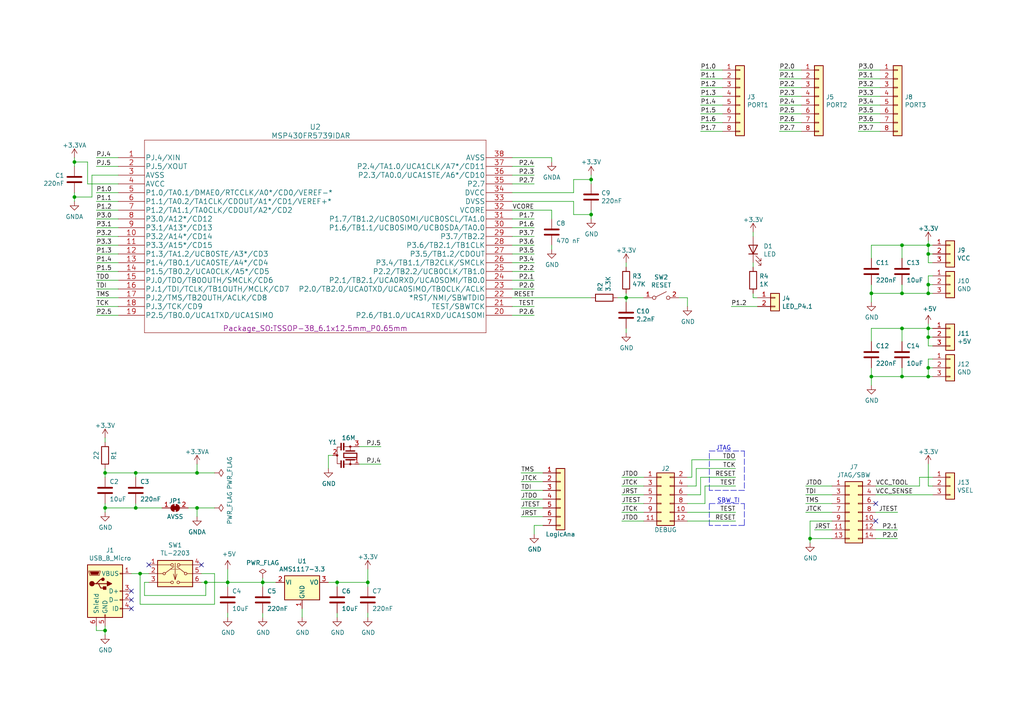
<source format=kicad_sch>
(kicad_sch (version 20211123) (generator eeschema)
  (paper "A4")
  (title_block (title "MSP430 FR2476 Proto board") (date "2022-09-11") (rev "1.2") (company "Mathias Gruber"))
  (lib_symbols
    (symbol "Connector:USB_B_Micro" (pin_names (offset 1.016))
      (property "Reference" "J" (at -5.08 11.43 0))
      (property "Value" "USB_B_Micro" (at -5.08 8.89 0))
      (symbol "USB_B_Micro_1_1"
        (pin power_out line (at 7.62 5.08 180) (length 2.54) (name "VBUS") (number "1"))
        (pin bidirectional line (at 7.62 -2.54 180) (length 2.54) (name "D-") (number "2"))
        (pin bidirectional line (at 7.62 0 180) (length 2.54) (name "D+") (number "3"))
        (pin passive line (at 7.62 -5.08 180) (length 2.54) (name "ID") (number "4"))
        (pin power_out line (at 0 -10.16 90) (length 2.54) (name "GND") (number "5"))
        (pin passive line (at -2.54 -10.16 90) (length 2.54) (name "Shield") (number "6"))
      )
    )
    (symbol "Connector_Generic:Conn_01x02" (pin_names (offset 1.016) hide)
      (property "Reference" "J" (at 0 2.54 0))
      (property "Value" "Conn_01x02" (at 0 -5.08 0))
      (symbol "Conn_01x02_1_1"
        (pin passive line (at -5.08 0 0) (length 3.81) (name "Pin_1") (number "1"))
        (pin passive line (at -5.08 -2.54 0) (length 3.81) (name "Pin_2") (number "2"))
      )
    )
    (symbol "Connector_Generic:Conn_01x03" (pin_names (offset 1.016) hide)
      (property "Reference" "J" (at 0 5.08 0))
      (property "Value" "Conn_01x03" (at 0 -5.08 0))
      (symbol "Conn_01x03_1_1"
        (pin passive line (at -5.08 2.54 0) (length 3.81) (name "Pin_1") (number "1"))
        (pin passive line (at -5.08 0 0) (length 3.81) (name "Pin_2") (number "2"))
        (pin passive line (at -5.08 -2.54 0) (length 3.81) (name "Pin_3") (number "3"))
      )
    )
    (symbol "Connector_Generic:Conn_01x07" (pin_names (offset 1.016) hide)
      (property "Reference" "J" (at 0 10.16 0))
      (property "Value" "Conn_01x07" (at 0 -10.16 0))
      (symbol "Conn_01x07_1_1"
        (pin passive line (at -5.08 7.62 0) (length 3.81) (name "Pin_1") (number "1"))
        (pin passive line (at -5.08 5.08 0) (length 3.81) (name "Pin_2") (number "2"))
        (pin passive line (at -5.08 2.54 0) (length 3.81) (name "Pin_3") (number "3"))
        (pin passive line (at -5.08 0 0) (length 3.81) (name "Pin_4") (number "4"))
        (pin passive line (at -5.08 -2.54 0) (length 3.81) (name "Pin_5") (number "5"))
        (pin passive line (at -5.08 -5.08 0) (length 3.81) (name "Pin_6") (number "6"))
        (pin passive line (at -5.08 -7.62 0) (length 3.81) (name "Pin_7") (number "7"))
      )
    )
    (symbol "Connector_Generic:Conn_01x08" (pin_names (offset 1.016) hide)
      (property "Reference" "J" (at 0 10.16 0))
      (property "Value" "Conn_01x08" (at 0 -12.7 0))
      (symbol "Conn_01x08_1_1"
        (pin passive line (at -5.08 7.62 0) (length 3.81) (name "Pin_1") (number "1"))
        (pin passive line (at -5.08 5.08 0) (length 3.81) (name "Pin_2") (number "2"))
        (pin passive line (at -5.08 2.54 0) (length 3.81) (name "Pin_3") (number "3"))
        (pin passive line (at -5.08 0 0) (length 3.81) (name "Pin_4") (number "4"))
        (pin passive line (at -5.08 -2.54 0) (length 3.81) (name "Pin_5") (number "5"))
        (pin passive line (at -5.08 -5.08 0) (length 3.81) (name "Pin_6") (number "6"))
        (pin passive line (at -5.08 -7.62 0) (length 3.81) (name "Pin_7") (number "7"))
        (pin passive line (at -5.08 -10.16 0) (length 3.81) (name "Pin_8") (number "8"))
      )
    )
    (symbol "Connector_Generic:Conn_02x06_Odd_Even" (pin_names (offset 1.016) hide)
      (property "Reference" "J" (at 1.27 7.62 0))
      (property "Value" "Conn_02x06_Odd_Even" (at 1.27 -10.16 0))
      (symbol "Conn_02x06_Odd_Even_1_1"
        (pin passive line (at -5.08 5.08 0) (length 3.81) (name "Pin_1") (number "1"))
        (pin passive line (at 7.62 -5.08 180) (length 3.81) (name "Pin_10") (number "10"))
        (pin passive line (at -5.08 -7.62 0) (length 3.81) (name "Pin_11") (number "11"))
        (pin passive line (at 7.62 -7.62 180) (length 3.81) (name "Pin_12") (number "12"))
        (pin passive line (at 7.62 5.08 180) (length 3.81) (name "Pin_2") (number "2"))
        (pin passive line (at -5.08 2.54 0) (length 3.81) (name "Pin_3") (number "3"))
        (pin passive line (at 7.62 2.54 180) (length 3.81) (name "Pin_4") (number "4"))
        (pin passive line (at -5.08 0 0) (length 3.81) (name "Pin_5") (number "5"))
        (pin passive line (at 7.62 0 180) (length 3.81) (name "Pin_6") (number "6"))
        (pin passive line (at -5.08 -2.54 0) (length 3.81) (name "Pin_7") (number "7"))
        (pin passive line (at 7.62 -2.54 180) (length 3.81) (name "Pin_8") (number "8"))
        (pin passive line (at -5.08 -5.08 0) (length 3.81) (name "Pin_9") (number "9"))
      )
    )
    (symbol "Connector_Generic:Conn_02x07_Odd_Even" (pin_names (offset 1.016) hide)
      (property "Reference" "J" (at 1.27 10.16 0))
      (property "Value" "Conn_02x07_Odd_Even" (at 1.27 -10.16 0))
      (symbol "Conn_02x07_Odd_Even_1_1"
        (pin passive line (at -5.08 7.62 0) (length 3.81) (name "Pin_1") (number "1"))
        (pin passive line (at 7.62 -2.54 180) (length 3.81) (name "Pin_10") (number "10"))
        (pin passive line (at -5.08 -5.08 0) (length 3.81) (name "Pin_11") (number "11"))
        (pin passive line (at 7.62 -5.08 180) (length 3.81) (name "Pin_12") (number "12"))
        (pin passive line (at -5.08 -7.62 0) (length 3.81) (name "Pin_13") (number "13"))
        (pin passive line (at 7.62 -7.62 180) (length 3.81) (name "Pin_14") (number "14"))
        (pin passive line (at 7.62 7.62 180) (length 3.81) (name "Pin_2") (number "2"))
        (pin passive line (at -5.08 5.08 0) (length 3.81) (name "Pin_3") (number "3"))
        (pin passive line (at 7.62 5.08 180) (length 3.81) (name "Pin_4") (number "4"))
        (pin passive line (at -5.08 2.54 0) (length 3.81) (name "Pin_5") (number "5"))
        (pin passive line (at 7.62 2.54 180) (length 3.81) (name "Pin_6") (number "6"))
        (pin passive line (at -5.08 0 0) (length 3.81) (name "Pin_7") (number "7"))
        (pin passive line (at 7.62 0 180) (length 3.81) (name "Pin_8") (number "8"))
        (pin passive line (at -5.08 -2.54 0) (length 3.81) (name "Pin_9") (number "9"))
      )
    )
    (symbol "Device:C" (pin_numbers hide) (pin_names (offset 0.254))
      (property "Reference" "C" (at 0.635 2.54 0))
      (property "Value" "C" (at 0.635 -2.54 0))
      (symbol "C_1_1"
        (pin passive line (at 0 3.81 270) (length 2.794) (name "~") (number "1"))
        (pin passive line (at 0 -3.81 90) (length 2.794) (name "~") (number "2"))
      )
    )
    (symbol "Device:LED" (pin_numbers hide) (pin_names (offset 1.016) hide)
      (property "Reference" "D" (at 0 2.54 0))
      (property "Value" "LED" (at 0 -2.54 0))
      (symbol "LED_1_1"
        (pin passive line (at -3.81 0 0) (length 2.54) (name "K") (number "1"))
        (pin passive line (at 3.81 0 180) (length 2.54) (name "A") (number "2"))
      )
    )
    (symbol "Device:R" (pin_numbers hide) (pin_names (offset 0))
      (property "Reference" "R" (at 2.032 0 90))
      (property "Value" "R" (at 0 0 90))
      (symbol "R_1_1"
        (pin passive line (at 0 3.81 270) (length 1.27) (name "~") (number "1"))
        (pin passive line (at 0 -3.81 90) (length 1.27) (name "~") (number "2"))
      )
    )
    (symbol "Device:Resonator_Small" (pin_names (offset 1.016) hide)
      (property "Reference" "Y" (at 3.175 1.905 0))
      (property "Value" "Resonator_Small" (at 3.175 0 0))
      (symbol "Resonator_Small_1_1"
        (pin passive line (at -2.54 2.54 270) (length 1.27) (name "1") (number "1"))
        (pin passive line (at 0 -5.08 90) (length 1.27) (name "2") (number "2"))
        (pin passive line (at 2.54 2.54 270) (length 1.27) (name "3") (number "3"))
      )
    )
    (symbol "Jumper:SolderJumper_2_Bridged" (pin_names (offset 0) hide)
      (property "Reference" "JP" (at 0 2.032 0))
      (property "Value" "SolderJumper_2_Bridged" (at 0 -2.54 0))
      (symbol "SolderJumper_2_Bridged_1_1"
        (pin passive line (at -3.81 0 0) (length 2.54) (name "A") (number "1"))
        (pin passive line (at 3.81 0 180) (length 2.54) (name "B") (number "2"))
      )
    )
    (symbol "MSP430FR5739IDAR:MSP430FR5739IDAR" (pin_names (offset 0.254))
      (property "Reference" "U" (at 1.27 35.56 0))
      (property "Value" "MSP430FR5739IDAR" (at 1.27 33.02 0))
      (symbol "MSP430FR5739IDAR_1_1"
        (pin bidirectional line (at -57.15 25.4 0) (length 7.62) (name "PJ.4/XIN") (number "1"))
        (pin bidirectional line (at -57.15 2.54 0) (length 7.62) (name "P3.2/A14*/CD14") (number "10"))
        (pin bidirectional line (at -57.15 0 0) (length 7.62) (name "P3.3/A15*/CD15") (number "11"))
        (pin bidirectional line (at -57.15 -2.54 0) (length 7.62) (name "P1.3/TA1.2/UCB0STE/A3*/CD3") (number "12"))
        (pin bidirectional line (at -57.15 -5.08 0) (length 7.62) (name "P1.4/TB0.1/UCA0STE/A4*/CD4") (number "13"))
        (pin bidirectional line (at -57.15 -7.62 0) (length 7.62) (name "P1.5/TB0.2/UCA0CLK/A5*/CD5") (number "14"))
        (pin bidirectional line (at -57.15 -10.16 0) (length 7.62) (name "PJ.0/TDO/TB0OUTH/SMCLK/CD6") (number "15"))
        (pin bidirectional line (at -57.15 -12.7 0) (length 7.62) (name "PJ.1/TDI/TCLK/TB1OUTH/MCLK/CD7") (number "16"))
        (pin bidirectional line (at -57.15 -15.24 0) (length 7.62) (name "PJ.2/TMS/TB2OUTH/ACLK/CD8") (number "17"))
        (pin bidirectional line (at -57.15 -17.78 0) (length 7.62) (name "PJ.3/TCK/CD9") (number "18"))
        (pin bidirectional line (at -57.15 -20.32 0) (length 7.62) (name "P2.5/TB0.0/UCA1TXD/UCA1SIMO") (number "19"))
        (pin bidirectional line (at -57.15 22.86 0) (length 7.62) (name "PJ.5/XOUT") (number "2"))
        (pin bidirectional line (at 57.15 -20.32 180) (length 7.62) (name "P2.6/TB1.0/UCA1RXD/UCA1SOMI") (number "20"))
        (pin bidirectional line (at 57.15 -17.78 180) (length 7.62) (name "TEST/SBWTCK") (number "21"))
        (pin bidirectional line (at 57.15 -15.24 180) (length 7.62) (name "*RST/NMI/SBWTDIO") (number "22"))
        (pin bidirectional line (at 57.15 -12.7 180) (length 7.62) (name "P2.0/TB2.0/UCA0TXD/UCA0SIMO/TB0CLK/ACLK") (number "23"))
        (pin bidirectional line (at 57.15 -10.16 180) (length 7.62) (name "P2.1/TB2.1/UCA0RXD/UCA0SOMI/TB0.0") (number "24"))
        (pin bidirectional line (at 57.15 -7.62 180) (length 7.62) (name "P2.2/TB2.2/UCB0CLK/TB1.0") (number "25"))
        (pin bidirectional line (at 57.15 -5.08 180) (length 7.62) (name "P3.4/TB1.1/TB2CLK/SMCLK") (number "26"))
        (pin bidirectional line (at 57.15 -2.54 180) (length 7.62) (name "P3.5/TB1.2/CDOUT") (number "27"))
        (pin bidirectional line (at 57.15 0 180) (length 7.62) (name "P3.6/TB2.1/TB1CLK") (number "28"))
        (pin bidirectional line (at 57.15 2.54 180) (length 7.62) (name "P3.7/TB2.2") (number "29"))
        (pin power_in line (at -57.15 20.32 0) (length 7.62) (name "AVSS") (number "3"))
        (pin bidirectional line (at 57.15 5.08 180) (length 7.62) (name "P1.6/TB1.1/UCB0SIMO/UCB0SDA/TA0.0") (number "30"))
        (pin bidirectional line (at 57.15 7.62 180) (length 7.62) (name "P1.7/TB1.2/UCB0SOMI/UCB0SCL/TA1.0") (number "31"))
        (pin power_out line (at 57.15 10.16 180) (length 7.62) (name "VCORE") (number "32"))
        (pin power_in line (at 57.15 12.7 180) (length 7.62) (name "DVSS") (number "33"))
        (pin power_in line (at 57.15 15.24 180) (length 7.62) (name "DVCC") (number "34"))
        (pin bidirectional line (at 57.15 17.78 180) (length 7.62) (name "P2.7") (number "35"))
        (pin bidirectional line (at 57.15 20.32 180) (length 7.62) (name "P2.3/TA0.0/UCA1STE/A6*/CD10") (number "36"))
        (pin bidirectional line (at 57.15 22.86 180) (length 7.62) (name "P2.4/TA1.0/UCA1CLK/A7*/CD11") (number "37"))
        (pin power_in line (at 57.15 25.4 180) (length 7.62) (name "AVSS") (number "38"))
        (pin power_in line (at -57.15 17.78 0) (length 7.62) (name "AVCC") (number "4"))
        (pin bidirectional line (at -57.15 15.24 0) (length 7.62) (name "P1.0/TA0.1/DMAE0/RTCCLK/A0*/CD0/VEREF-*") (number "5"))
        (pin bidirectional line (at -57.15 12.7 0) (length 7.62) (name "P1.1/TA0.2/TA1CLK/CDOUT/A1*/CD1/VEREF+*") (number "6"))
        (pin bidirectional line (at -57.15 10.16 0) (length 7.62) (name "P1.2/TA1.1/TA0CLK/CDOUT/A2*/CD2") (number "7"))
        (pin bidirectional line (at -57.15 7.62 0) (length 7.62) (name "P3.0/A12*/CD12") (number "8"))
        (pin bidirectional line (at -57.15 5.08 0) (length 7.62) (name "P3.1/A13*/CD13") (number "9"))
      )
    )
    (symbol "Regulator_Linear:MCP1703A-3302_SOT89" (pin_names (offset 0.254))
      (property "Reference" "U" (at -3.81 3.175 0))
      (property "Value" "MCP1703A-3302_SOT89" (at 0 3.175 0))
      (symbol "MCP1703A-3302_SOT89_1_1"
        (pin power_in line (at 0 -7.62 90) (length 2.54) (name "GND") (number "1"))
        (pin power_in line (at -7.62 0 0) (length 2.54) (name "VI") (number "2"))
        (pin power_out line (at 7.62 0 180) (length 2.54) (name "VO") (number "3"))
      )
    )
    (symbol "Switch:SW_SPST" (pin_names (offset 0) hide)
      (property "Reference" "SW" (at 0 3.175 0))
      (property "Value" "SW_SPST" (at 0 -2.54 0))
      (symbol "SW_SPST_1_1"
        (pin passive line (at -5.08 0 0) (length 2.54) (name "A") (number "1"))
        (pin passive line (at 5.08 0 180) (length 2.54) (name "B") (number "2"))
      )
    )
    (symbol "TL-2203:TL-2203" (pin_names (offset 1.016))
      (property "Reference" "SW" (at -2.667 4.953 0))
      (property "Value" "TL-2203" (at -3.81 -5.08 0))
      (symbol "TL-2203_1_1"
        (pin passive line (at -7.62 2.54 0) (length 2.54) (name "~") (number "1"))
        (pin passive line (at -7.62 0 0) (length 2.54) (name "~") (number "2"))
        (pin passive line (at -7.62 -2.54 0) (length 2.54) (name "~") (number "3"))
        (pin passive line (at 7.62 2.54 180) (length 2.54) (name "~") (number "4"))
        (pin passive line (at 7.62 0 180) (length 2.54) (name "~") (number "5"))
        (pin passive line (at 7.62 -2.54 180) (length 2.54) (name "~") (number "6"))
      )
    )
    (symbol "power:+3.3V" (power) (pin_names (offset 0))
      (property "Value" "+3.3V" (at 0 3.556 0))
      (symbol "+3.3V_1_1"
        (pin power_in line (at 0 0 90) (length 0) hide (name "+3.3V") (number "1"))
      )
    )
    (symbol "power:+3.3VA" (power) (pin_names (offset 0))
      (property "Value" "+3.3VA" (at 0 3.556 0))
      (symbol "+3.3VA_1_1"
        (pin power_in line (at 0 0 90) (length 0) hide (name "+3.3VA") (number "1"))
      )
    )
    (symbol "power:+5V" (power) (pin_names (offset 0))
      (property "Value" "+5V" (at 0 3.556 0))
      (symbol "+5V_1_1"
        (pin power_in line (at 0 0 90) (length 0) hide (name "+5V") (number "1"))
      )
    )
    (symbol "power:GND" (power) (pin_names (offset 0))
      (property "Value" "GND" (at 0 -3.81 0))
      (symbol "GND_1_1"
        (pin power_in line (at 0 0 270) (length 0) hide (name "GND") (number "1"))
      )
    )
    (symbol "power:GNDA" (power) (pin_names (offset 0))
      (property "Value" "GNDA" (at 0 -3.81 0))
      (symbol "GNDA_1_1"
        (pin power_in line (at 0 0 270) (length 0) hide (name "GNDA") (number "1"))
      )
    )
    (symbol "power:PWR_FLAG" (power) (pin_numbers hide) (pin_names (offset 0) hide)
      (property "Value" "PWR_FLAG" (at 0 3.81 0))
      (symbol "PWR_FLAG_0_0"
        (pin power_out line (at 0 0 90) (length 0) (name "pwr") (number "1"))
      )
    )
  )
  (junction (at 261.62 109.22))
  (junction (at 21.59 46.99))
  (junction (at 171.45 62.23))
  (junction (at 40.64 166.37))
  (junction (at 261.62 85.09))
  (junction (at 59.69 168.91))
  (junction (at 57.15 147.32))
  (junction (at 252.73 109.22))
  (junction (at 21.59 57.15))
  (junction (at 252.73 85.09))
  (junction (at 269.24 109.22))
  (junction (at 106.68 168.91))
  (junction (at 30.48 147.32))
  (junction (at 269.24 95.25))
  (junction (at 269.24 106.68))
  (junction (at 66.04 168.91))
  (junction (at 261.62 95.25))
  (junction (at 57.15 137.16))
  (junction (at 234.95 156.21))
  (junction (at 269.24 82.55))
  (junction (at 181.61 86.36))
  (junction (at 269.24 85.09))
  (junction (at 171.45 52.07))
  (junction (at 97.79 168.91))
  (junction (at 269.24 73.66))
  (junction (at 30.48 182.88))
  (junction (at 269.24 97.79))
  (junction (at 261.62 71.12))
  (junction (at 39.37 137.16))
  (junction (at 39.37 147.32))
  (junction (at 269.24 71.12))
  (junction (at 30.48 137.16))
  (junction (at 76.2 168.91))
  (no_connect (at 254 146.05))
  (no_connect (at 38.1 176.53))
  (no_connect (at 254 151.13))
  (no_connect (at 43.18 163.83))
  (no_connect (at 38.1 173.99))
  (no_connect (at 38.1 171.45))
  (no_connect (at 58.42 163.83))
  (wire (pts (xy 151.13 139.7) (xy 157.48 139.7)))
  (wire (pts (xy 57.15 137.16) (xy 62.23 137.16)))
  (wire (pts (xy 41.91 168.91) (xy 41.91 172.72)))
  (wire (pts (xy 39.37 138.43) (xy 39.37 137.16)))
  (wire (pts (xy 30.48 148.59) (xy 30.48 147.32)))
  (wire (pts (xy 270.51 85.09) (xy 269.24 85.09)))
  (wire (pts (xy 25.4 46.99) (xy 21.59 46.99)))
  (wire (pts (xy 34.29 58.42) (xy 27.94 58.42)))
  (wire (pts (xy 199.39 148.59) (xy 213.36 148.59)))
  (wire (pts (xy 269.24 95.25) (xy 269.24 97.79)))
  (wire (pts (xy 218.44 77.47) (xy 218.44 76.2)))
  (wire (pts (xy 218.44 85.09) (xy 218.44 86.36)))
  (wire (pts (xy 232.41 20.32) (xy 226.06 20.32)))
  (wire (pts (xy 269.24 95.25) (xy 261.62 95.25)))
  (wire (pts (xy 59.69 168.91) (xy 66.04 168.91)))
  (wire (pts (xy 270.51 95.25) (xy 269.24 95.25)))
  (wire (pts (xy 148.59 88.9) (xy 154.94 88.9)))
  (wire (pts (xy 148.59 55.88) (xy 166.37 55.88)))
  (polyline (pts (xy 205.74 130.81) (xy 215.9 130.81)))
  (wire (pts (xy 270.51 109.22) (xy 269.24 109.22)))
  (wire (pts (xy 39.37 147.32) (xy 30.48 147.32)))
  (wire (pts (xy 34.29 81.28) (xy 27.94 81.28)))
  (wire (pts (xy 236.22 153.67) (xy 241.3 153.67)))
  (wire (pts (xy 203.2 138.43) (xy 213.36 138.43)))
  (wire (pts (xy 151.13 137.16) (xy 157.48 137.16)))
  (wire (pts (xy 106.68 168.91) (xy 106.68 165.1)))
  (wire (pts (xy 59.69 168.91) (xy 58.42 168.91)))
  (wire (pts (xy 261.62 85.09) (xy 252.73 85.09)))
  (wire (pts (xy 66.04 170.18) (xy 66.04 168.91)))
  (wire (pts (xy 266.7 138.43) (xy 266.7 140.97)))
  (wire (pts (xy 270.51 73.66) (xy 269.24 73.66)))
  (wire (pts (xy 62.23 175.26) (xy 40.64 175.26)))
  (wire (pts (xy 269.24 106.68) (xy 269.24 109.22)))
  (wire (pts (xy 34.29 76.2) (xy 27.94 76.2)))
  (wire (pts (xy 201.93 135.89) (xy 213.36 135.89)))
  (polyline (pts (xy 215.9 146.05) (xy 215.9 152.4)))
  (wire (pts (xy 261.62 82.55) (xy 261.62 85.09)))
  (wire (pts (xy 180.34 138.43) (xy 186.69 138.43)))
  (wire (pts (xy 97.79 177.8) (xy 97.79 179.07)))
  (wire (pts (xy 255.27 33.02) (xy 248.92 33.02)))
  (wire (pts (xy 57.15 147.32) (xy 62.23 147.32)))
  (polyline (pts (xy 205.74 142.24) (xy 205.74 130.81)))
  (wire (pts (xy 57.15 137.16) (xy 57.15 134.62)))
  (wire (pts (xy 204.47 146.05) (xy 204.47 140.97)))
  (wire (pts (xy 21.59 55.88) (xy 21.59 57.15)))
  (wire (pts (xy 203.2 143.51) (xy 203.2 138.43)))
  (wire (pts (xy 171.45 52.07) (xy 171.45 53.34)))
  (wire (pts (xy 157.48 147.32) (xy 151.13 147.32)))
  (wire (pts (xy 209.55 27.94) (xy 203.2 27.94)))
  (wire (pts (xy 200.66 138.43) (xy 200.66 133.35)))
  (wire (pts (xy 34.29 88.9) (xy 27.94 88.9)))
  (wire (pts (xy 27.94 182.88) (xy 30.48 182.88)))
  (wire (pts (xy 160.02 45.72) (xy 160.02 46.99)))
  (wire (pts (xy 180.34 140.97) (xy 186.69 140.97)))
  (wire (pts (xy 96.52 132.08) (xy 95.25 132.08)))
  (wire (pts (xy 59.69 172.72) (xy 59.69 168.91)))
  (wire (pts (xy 106.68 177.8) (xy 106.68 179.07)))
  (wire (pts (xy 27.94 181.61) (xy 27.94 182.88)))
  (wire (pts (xy 209.55 33.02) (xy 203.2 33.02)))
  (wire (pts (xy 234.95 156.21) (xy 234.95 157.48)))
  (wire (pts (xy 97.79 168.91) (xy 95.25 168.91)))
  (wire (pts (xy 269.24 69.85) (xy 269.24 71.12)))
  (wire (pts (xy 269.24 73.66) (xy 269.24 76.2)))
  (wire (pts (xy 171.45 52.07) (xy 166.37 52.07)))
  (wire (pts (xy 40.64 166.37) (xy 43.18 166.37)))
  (polyline (pts (xy 205.74 152.4) (xy 205.74 146.05)))
  (wire (pts (xy 199.39 86.36) (xy 199.39 88.9)))
  (wire (pts (xy 209.55 38.1) (xy 203.2 38.1)))
  (wire (pts (xy 54.61 147.32) (xy 57.15 147.32)))
  (wire (pts (xy 241.3 151.13) (xy 234.95 151.13)))
  (wire (pts (xy 39.37 137.16) (xy 30.48 137.16)))
  (wire (pts (xy 261.62 99.06) (xy 261.62 95.25)))
  (wire (pts (xy 199.39 151.13) (xy 213.36 151.13)))
  (wire (pts (xy 58.42 166.37) (xy 62.23 166.37)))
  (wire (pts (xy 148.59 73.66) (xy 154.94 73.66)))
  (wire (pts (xy 199.39 138.43) (xy 200.66 138.43)))
  (wire (pts (xy 26.67 57.15) (xy 21.59 57.15)))
  (wire (pts (xy 261.62 95.25) (xy 252.73 95.25)))
  (wire (pts (xy 104.14 129.54) (xy 110.49 129.54)))
  (wire (pts (xy 34.29 86.36) (xy 27.94 86.36)))
  (wire (pts (xy 76.2 177.8) (xy 76.2 179.07)))
  (wire (pts (xy 171.45 62.23) (xy 171.45 63.5)))
  (wire (pts (xy 241.3 156.21) (xy 234.95 156.21)))
  (wire (pts (xy 254 140.97) (xy 266.7 140.97)))
  (wire (pts (xy 34.29 50.8) (xy 26.67 50.8)))
  (wire (pts (xy 241.3 143.51) (xy 233.68 143.51)))
  (wire (pts (xy 34.29 73.66) (xy 27.94 73.66)))
  (wire (pts (xy 255.27 25.4) (xy 248.92 25.4)))
  (wire (pts (xy 186.69 86.36) (xy 181.61 86.36)))
  (wire (pts (xy 157.48 152.4) (xy 154.94 152.4)))
  (wire (pts (xy 255.27 35.56) (xy 248.92 35.56)))
  (wire (pts (xy 160.02 60.96) (xy 160.02 63.5)))
  (wire (pts (xy 180.34 143.51) (xy 186.69 143.51)))
  (wire (pts (xy 95.25 132.08) (xy 95.25 135.89)))
  (wire (pts (xy 148.59 76.2) (xy 154.94 76.2)))
  (wire (pts (xy 62.23 166.37) (xy 62.23 175.26)))
  (wire (pts (xy 76.2 170.18) (xy 76.2 168.91)))
  (wire (pts (xy 34.29 91.44) (xy 27.94 91.44)))
  (wire (pts (xy 66.04 168.91) (xy 76.2 168.91)))
  (wire (pts (xy 269.24 109.22) (xy 261.62 109.22)))
  (wire (pts (xy 181.61 86.36) (xy 181.61 87.63)))
  (wire (pts (xy 209.55 30.48) (xy 203.2 30.48)))
  (wire (pts (xy 255.27 22.86) (xy 248.92 22.86)))
  (wire (pts (xy 76.2 168.91) (xy 80.01 168.91)))
  (polyline (pts (xy 205.74 146.05) (xy 215.9 146.05)))
  (wire (pts (xy 255.27 30.48) (xy 248.92 30.48)))
  (wire (pts (xy 254 143.51) (xy 270.51 143.51)))
  (wire (pts (xy 270.51 104.14) (xy 269.24 104.14)))
  (wire (pts (xy 199.39 140.97) (xy 201.93 140.97)))
  (wire (pts (xy 218.44 68.58) (xy 218.44 67.31)))
  (wire (pts (xy 21.59 45.72) (xy 21.59 46.99)))
  (wire (pts (xy 148.59 48.26) (xy 154.94 48.26)))
  (wire (pts (xy 148.59 60.96) (xy 160.02 60.96)))
  (wire (pts (xy 21.59 57.15) (xy 21.59 58.42)))
  (wire (pts (xy 233.68 140.97) (xy 241.3 140.97)))
  (wire (pts (xy 269.24 93.98) (xy 269.24 95.25)))
  (wire (pts (xy 234.95 151.13) (xy 234.95 156.21)))
  (wire (pts (xy 39.37 137.16) (xy 57.15 137.16)))
  (wire (pts (xy 209.55 35.56) (xy 203.2 35.56)))
  (wire (pts (xy 269.24 97.79) (xy 269.24 100.33)))
  (wire (pts (xy 254 148.59) (xy 260.35 148.59)))
  (wire (pts (xy 269.24 80.01) (xy 269.24 82.55)))
  (wire (pts (xy 34.29 48.26) (xy 27.94 48.26)))
  (wire (pts (xy 252.73 85.09) (xy 252.73 82.55)))
  (wire (pts (xy 270.51 71.12) (xy 269.24 71.12)))
  (wire (pts (xy 212.09 88.9) (xy 219.71 88.9)))
  (wire (pts (xy 199.39 143.51) (xy 203.2 143.51)))
  (wire (pts (xy 148.59 78.74) (xy 154.94 78.74)))
  (wire (pts (xy 148.59 50.8) (xy 154.94 50.8)))
  (wire (pts (xy 166.37 52.07) (xy 166.37 55.88)))
  (wire (pts (xy 181.61 96.52) (xy 181.61 95.25)))
  (wire (pts (xy 200.66 133.35) (xy 213.36 133.35)))
  (wire (pts (xy 148.59 86.36) (xy 171.45 86.36)))
  (wire (pts (xy 34.29 68.58) (xy 27.94 68.58)))
  (wire (pts (xy 34.29 66.04) (xy 27.94 66.04)))
  (wire (pts (xy 34.29 83.82) (xy 27.94 83.82)))
  (wire (pts (xy 270.51 82.55) (xy 269.24 82.55)))
  (wire (pts (xy 148.59 66.04) (xy 154.94 66.04)))
  (polyline (pts (xy 215.9 142.24) (xy 205.74 142.24)))
  (wire (pts (xy 87.63 176.53) (xy 87.63 179.07)))
  (wire (pts (xy 204.47 140.97) (xy 213.36 140.97)))
  (wire (pts (xy 154.94 152.4) (xy 154.94 154.94)))
  (wire (pts (xy 201.93 140.97) (xy 201.93 135.89)))
  (wire (pts (xy 232.41 25.4) (xy 226.06 25.4)))
  (polyline (pts (xy 215.9 130.81) (xy 215.9 142.24)))
  (wire (pts (xy 66.04 165.1) (xy 66.04 168.91)))
  (wire (pts (xy 232.41 30.48) (xy 226.06 30.48)))
  (wire (pts (xy 261.62 74.93) (xy 261.62 71.12)))
  (wire (pts (xy 180.34 146.05) (xy 186.69 146.05)))
  (wire (pts (xy 154.94 81.28) (xy 148.59 81.28)))
  (wire (pts (xy 97.79 168.91) (xy 106.68 168.91)))
  (wire (pts (xy 209.55 25.4) (xy 203.2 25.4)))
  (wire (pts (xy 166.37 62.23) (xy 166.37 58.42)))
  (wire (pts (xy 252.73 111.76) (xy 252.73 109.22)))
  (wire (pts (xy 254 153.67) (xy 260.35 153.67)))
  (wire (pts (xy 269.24 104.14) (xy 269.24 106.68)))
  (wire (pts (xy 30.48 181.61) (xy 30.48 182.88)))
  (wire (pts (xy 148.59 83.82) (xy 154.94 83.82)))
  (wire (pts (xy 104.14 134.62) (xy 110.49 134.62)))
  (wire (pts (xy 252.73 87.63) (xy 252.73 85.09)))
  (wire (pts (xy 269.24 140.97) (xy 269.24 134.62)))
  (wire (pts (xy 57.15 147.32) (xy 57.15 149.86)))
  (wire (pts (xy 270.51 97.79) (xy 269.24 97.79)))
  (wire (pts (xy 66.04 177.8) (xy 66.04 179.07)))
  (wire (pts (xy 252.73 95.25) (xy 252.73 99.06)))
  (wire (pts (xy 148.59 63.5) (xy 154.94 63.5)))
  (wire (pts (xy 34.29 55.88) (xy 27.94 55.88)))
  (wire (pts (xy 179.07 86.36) (xy 181.61 86.36)))
  (wire (pts (xy 30.48 127) (xy 30.48 128.27)))
  (wire (pts (xy 38.1 166.37) (xy 40.64 166.37)))
  (wire (pts (xy 97.79 170.18) (xy 97.79 168.91)))
  (wire (pts (xy 232.41 27.94) (xy 226.06 27.94)))
  (wire (pts (xy 254 156.21) (xy 260.35 156.21)))
  (wire (pts (xy 232.41 35.56) (xy 226.06 35.56)))
  (wire (pts (xy 232.41 22.86) (xy 226.06 22.86)))
  (wire (pts (xy 241.3 148.59) (xy 233.68 148.59)))
  (wire (pts (xy 21.59 46.99) (xy 21.59 48.26)))
  (wire (pts (xy 34.29 78.74) (xy 27.94 78.74)))
  (wire (pts (xy 40.64 166.37) (xy 40.64 175.26)))
  (wire (pts (xy 252.73 71.12) (xy 252.73 74.93)))
  (wire (pts (xy 30.48 137.16) (xy 30.48 138.43)))
  (wire (pts (xy 269.24 100.33) (xy 270.51 100.33)))
  (wire (pts (xy 270.51 140.97) (xy 269.24 140.97)))
  (wire (pts (xy 269.24 71.12) (xy 261.62 71.12)))
  (wire (pts (xy 196.85 86.36) (xy 199.39 86.36)))
  (wire (pts (xy 76.2 168.91) (xy 76.2 167.64)))
  (wire (pts (xy 270.51 106.68) (xy 269.24 106.68)))
  (wire (pts (xy 255.27 38.1) (xy 248.92 38.1)))
  (wire (pts (xy 261.62 106.68) (xy 261.62 109.22)))
  (wire (pts (xy 106.68 168.91) (xy 106.68 170.18)))
  (wire (pts (xy 148.59 45.72) (xy 160.02 45.72)))
  (wire (pts (xy 148.59 91.44) (xy 154.94 91.44)))
  (wire (pts (xy 157.48 142.24) (xy 151.13 142.24)))
  (wire (pts (xy 209.55 22.86) (xy 203.2 22.86)))
  (wire (pts (xy 171.45 62.23) (xy 166.37 62.23)))
  (wire (pts (xy 255.27 20.32) (xy 248.92 20.32)))
  (wire (pts (xy 148.59 71.12) (xy 154.94 71.12)))
  (wire (pts (xy 26.67 50.8) (xy 26.67 57.15)))
  (wire (pts (xy 252.73 109.22) (xy 252.73 106.68)))
  (wire (pts (xy 266.7 138.43) (xy 270.51 138.43)))
  (wire (pts (xy 261.62 71.12) (xy 252.73 71.12)))
  (wire (pts (xy 39.37 146.05) (xy 39.37 147.32)))
  (wire (pts (xy 34.29 71.12) (xy 27.94 71.12)))
  (wire (pts (xy 30.48 147.32) (xy 30.48 146.05)))
  (wire (pts (xy 255.27 27.94) (xy 248.92 27.94)))
  (wire (pts (xy 180.34 151.13) (xy 186.69 151.13)))
  (wire (pts (xy 269.24 85.09) (xy 261.62 85.09)))
  (wire (pts (xy 43.18 168.91) (xy 41.91 168.91)))
  (wire (pts (xy 171.45 60.96) (xy 171.45 62.23)))
  (wire (pts (xy 199.39 146.05) (xy 204.47 146.05)))
  (wire (pts (xy 148.59 53.34) (xy 154.94 53.34)))
  (wire (pts (xy 270.51 80.01) (xy 269.24 80.01)))
  (wire (pts (xy 157.48 149.86) (xy 151.13 149.86)))
  (wire (pts (xy 181.61 77.47) (xy 181.61 76.2)))
  (wire (pts (xy 34.29 63.5) (xy 27.94 63.5)))
  (wire (pts (xy 34.29 60.96) (xy 27.94 60.96)))
  (wire (pts (xy 160.02 71.12) (xy 160.02 72.39)))
  (wire (pts (xy 261.62 109.22) (xy 252.73 109.22)))
  (wire (pts (xy 171.45 50.8) (xy 171.45 52.07)))
  (wire (pts (xy 209.55 20.32) (xy 203.2 20.32)))
  (wire (pts (xy 34.29 53.34) (xy 25.4 53.34)))
  (polyline (pts (xy 215.9 152.4) (xy 205.74 152.4)))
  (wire (pts (xy 241.3 146.05) (xy 233.68 146.05)))
  (wire (pts (xy 157.48 144.78) (xy 151.13 144.78)))
  (wire (pts (xy 41.91 172.72) (xy 59.69 172.72)))
  (wire (pts (xy 46.99 147.32) (xy 39.37 147.32)))
  (wire (pts (xy 25.4 53.34) (xy 25.4 46.99)))
  (wire (pts (xy 269.24 71.12) (xy 269.24 73.66)))
  (wire (pts (xy 232.41 38.1) (xy 226.06 38.1)))
  (wire (pts (xy 30.48 182.88) (xy 30.48 184.15)))
  (wire (pts (xy 269.24 82.55) (xy 269.24 85.09)))
  (wire (pts (xy 181.61 85.09) (xy 181.61 86.36)))
  (wire (pts (xy 148.59 58.42) (xy 166.37 58.42)))
  (wire (pts (xy 269.24 76.2) (xy 270.51 76.2)))
  (wire (pts (xy 180.34 148.59) (xy 186.69 148.59)))
  (wire (pts (xy 219.71 86.36) (xy 218.44 86.36)))
  (wire (pts (xy 148.59 68.58) (xy 154.94 68.58)))
  (wire (pts (xy 30.48 135.89) (xy 30.48 137.16)))
  (wire (pts (xy 34.29 45.72) (xy 27.94 45.72)))
  (wire (pts (xy 232.41 33.02) (xy 226.06 33.02)))
  (text "SBW_TI" (at 214.63 146.05 180) (effects (font (size 1.27 1.27)) (justify right bottom)))
  (text "JTAG" (at 212.09 130.81 180) (effects (font (size 1.27 1.27)) (justify right bottom)))
  (label "P1.6" (at 203.2 35.56 0))
  (label "P1.7" (at 154.94 63.5 180))
  (label "P2.5" (at 226.06 33.02 0))
  (label "P3.2" (at 248.92 25.4 0))
  (label "P3.7" (at 154.94 68.58 180))
  (label "P2.0" (at 154.94 83.82 180))
  (label "RESET" (at 213.36 151.13 180))
  (label "JTCK" (at 180.34 148.59 0))
  (label "TCK" (at 27.94 88.9 0))
  (label "TEST" (at 154.94 88.9 180))
  (label "P1.7" (at 203.2 38.1 0))
  (label "TDO" (at 213.36 133.35 180))
  (label "JTDO" (at 180.34 151.13 0))
  (label "P1.0" (at 203.2 20.32 0))
  (label "JTCK" (at 151.13 139.7 0))
  (label "RESET" (at 154.94 86.36 180))
  (label "P1.1" (at 203.2 22.86 0))
  (label "TMS" (at 233.68 146.05 0))
  (label "P3.3" (at 27.94 71.12 0))
  (label "P2.0" (at 260.35 156.21 180))
  (label "P1.5" (at 27.94 78.74 0))
  (label "TDI" (at 233.68 143.51 0))
  (label "P3.3" (at 248.92 27.94 0))
  (label "P2.3" (at 226.06 27.94 0))
  (label "P1.2" (at 203.2 25.4 0))
  (label "P1.5" (at 203.2 33.02 0))
  (label "PJ.4" (at 110.49 134.62 180))
  (label "P2.2" (at 226.06 25.4 0))
  (label "JRST" (at 151.13 149.86 0))
  (label "JRST" (at 236.22 153.67 0))
  (label "P2.1" (at 226.06 22.86 0))
  (label "PJ.4" (at 27.94 45.72 0))
  (label "VCC_SENSE" (at 254 143.51 0))
  (label "P3.2" (at 27.94 68.58 0))
  (label "TDI" (at 27.94 83.82 0))
  (label "JTDO" (at 233.68 140.97 0))
  (label "P3.0" (at 27.94 63.5 0))
  (label "P3.5" (at 248.92 33.02 0))
  (label "PJ.5" (at 110.49 129.54 180))
  (label "TCK" (at 213.36 135.89 180))
  (label "TEST" (at 213.36 140.97 180))
  (label "P2.4" (at 154.94 48.26 180))
  (label "TDO" (at 27.94 81.28 0))
  (label "P3.7" (at 248.92 38.1 0))
  (label "P2.7" (at 154.94 53.34 180))
  (label "JTEST" (at 260.35 148.59 180))
  (label "VCORE" (at 154.94 60.96 180))
  (label "JTCK" (at 180.34 140.97 0))
  (label "TMS" (at 151.13 137.16 0))
  (label "P3.6" (at 248.92 35.56 0))
  (label "P3.1" (at 248.92 22.86 0))
  (label "JTDO" (at 151.13 144.78 0))
  (label "P3.0" (at 248.92 20.32 0))
  (label "P3.6" (at 154.94 71.12 180))
  (label "TDI" (at 151.13 142.24 0))
  (label "P3.4" (at 154.94 76.2 180))
  (label "JTEST" (at 180.34 146.05 0))
  (label "VCC_TOOL" (at 254 140.97 0))
  (label "JTDO" (at 180.34 138.43 0))
  (label "P1.4" (at 27.94 76.2 0))
  (label "P1.6" (at 154.94 66.04 180))
  (label "JTEST" (at 151.13 147.32 0))
  (label "P1.2" (at 212.09 88.9 0))
  (label "JTCK" (at 233.68 148.59 0))
  (label "P3.5" (at 154.94 73.66 180))
  (label "P1.2" (at 27.94 60.96 0))
  (label "PJ.5" (at 27.94 48.26 0))
  (label "P2.5" (at 27.94 91.44 0))
  (label "P2.1" (at 260.35 153.67 180))
  (label "P3.1" (at 27.94 66.04 0))
  (label "P1.3" (at 27.94 73.66 0))
  (label "P2.6" (at 226.06 35.56 0))
  (label "P2.1" (at 154.94 81.28 180))
  (label "P1.1" (at 27.94 58.42 0))
  (label "JRST" (at 180.34 143.51 0))
  (label "TEST" (at 213.36 148.59 180))
  (label "P2.4" (at 226.06 30.48 0))
  (label "P3.4" (at 248.92 30.48 0))
  (label "P1.4" (at 203.2 30.48 0))
  (label "P2.7" (at 226.06 38.1 0))
  (label "RESET" (at 213.36 138.43 180))
  (label "TMS" (at 27.94 86.36 0))
  (label "P1.3" (at 203.2 27.94 0))
  (label "P2.0" (at 226.06 20.32 0))
  (label "P2.2" (at 154.94 78.74 180))
  (label "P1.0" (at 27.94 55.88 0))
  (label "P2.6" (at 154.94 91.44 180))
  (label "P2.3" (at 154.94 50.8 180))
  (symbol (lib_id "Connector:USB_B_Micro") (at 30.48 171.45 0) (unit 1)
    (property "Reference" "J1" (at 31.9278 159.5882 0))
    (property "Value" "USB_B_Micro" (at 31.9278 161.8996 0))
    (property "Footprint" "lib:USB_Micro-B_Molex-105017-0001-handsolder" (effects hide))
    (property "LCSC" "C10418" (effects hide))
    (property "Descr" "1 1A 母座 USB - Micro B 5 USB 2.0 SMD USB Connectors ROHS" (effects hide))
  )
  (symbol (lib_id "Connector_Generic:Conn_02x07_Odd_Even") (at 246.38 148.59 0) (unit 1)
    (property "Reference" "J7" (at 247.65 135.4582 0))
    (property "Value" "JTAG/SBW" (at 247.65 137.7696 0))
    (property "Footprint" "Connector_IDC:IDC-Header_2x07_P2.54mm_Vertical" (effects hide))
  )
  (symbol (lib_id "power:+5V") (at 66.04 165.1 0) (unit 1)
    (property "Reference" "#PWR08" (effects hide))
    (property "Value" "+5V" (at 66.421 160.7058 0))
  )
  (symbol (lib_id "Connector_Generic:Conn_01x03") (at 275.59 140.97 0) (unit 1)
    (property "Reference" "J13" (at 277.622 139.9032 0) (effects (justify left)))
    (property "Value" "VSEL" (at 277.622 142.2146 0) (effects (justify left)))
    (property "Footprint" "Connector_PinHeader_2.54mm:PinHeader_1x03_P2.54mm_Vertical" (effects hide))
  )
  (symbol (lib_id "power:GND") (at 234.95 157.48 0) (unit 1)
    (property "Reference" "#PWR024" (effects hide))
    (property "Value" "GND" (at 235.077 161.8742 0))
  )
  (symbol (lib_id "Device:R") (at 181.61 81.28 0) (unit 1)
    (property "Reference" "R3" (at 183.388 80.1116 0) (effects (justify left)))
    (property "Value" "47K" (at 183.388 82.423 0) (effects (justify left)))
    (property "Footprint" "Resistor_SMD:R_0603_1608Metric_Pad0.98x0.95mm_HandSolder" (effects hide))
    (property "Descr" "0603 Chip Resistor - Surface Mount ROHS" (effects hide))
  )
  (symbol (lib_id "Device:C") (at 181.61 91.44 0) (unit 1)
    (property "Reference" "C10" (at 184.531 90.2716 0) (effects (justify left)))
    (property "Value" "2.2nF" (at 184.531 92.583 0) (effects (justify left)))
    (property "Footprint" "Capacitor_SMD:C_0603_1608Metric_Pad1.08x0.95mm_HandSolder" (effects hide))
    (property "Descr" "X7R 2.2nF ±10% 50V 0603 Multilayer Ceramic Capacitors MLCC - SMD/SMT ROHS" (effects hide))
    (property "LCSC" "C1604" (effects hide))
  )
  (symbol (lib_id "power:GND") (at 181.61 96.52 0) (unit 1)
    (property "Reference" "#PWR021" (effects hide))
    (property "Value" "GND" (at 181.737 100.9142 0))
  )
  (symbol (lib_id "power:GND") (at 30.48 184.15 0) (unit 1)
    (property "Reference" "#PWR05" (effects hide))
    (property "Value" "GND" (at 30.607 188.5442 0))
  )
  (symbol (lib_id "Regulator_Linear:MCP1703A-3302_SOT89") (at 87.63 168.91 0) (unit 1)
    (property "Reference" "U1" (at 87.63 162.7632 0))
    (property "Value" "AMS1117-3.3" (at 87.63 165.0746 0))
    (property "Footprint" "Package_TO_SOT_SMD:SOT-89-3_Handsoldering" (effects hide))
    (property "Datasheet" "http://ww1.microchip.com/downloads/en/DeviceDoc/20005122B.pdf" (effects hide))
    (property "LCSC" "C14289" (effects hide))
    (property "Descr" "SOT-89(SOT-89-3) Linear Voltage Regulators (LDO) ROHS" (effects hide))
  )
  (symbol (lib_id "Device:C") (at 171.45 57.15 0) (unit 1)
    (property "Reference" "C9" (at 174.371 55.9816 0) (effects (justify left)))
    (property "Value" "220nF" (at 174.371 58.293 0) (effects (justify left)))
    (property "Footprint" "Capacitor_SMD:C_0603_1608Metric_Pad1.08x0.95mm_HandSolder" (effects hide))
    (property "LCSC" "C21120" (effects hide))
    (property "Descr" "0603 Multilayer Ceramic Capacitors MLCC - SMD/SMT ROHS" (effects hide))
  )
  (symbol (lib_id "power:GND") (at 171.45 63.5 0) (unit 1)
    (property "Reference" "#PWR019" (effects hide))
    (property "Value" "GND" (at 171.577 67.8942 0))
  )
  (symbol (lib_id "Device:C") (at 76.2 173.99 0) (unit 1)
    (property "Reference" "C5" (at 77.47 171.45 0) (effects (justify left)))
    (property "Value" "220nF" (at 77.47 176.53 0) (effects (justify left)))
    (property "Footprint" "Capacitor_SMD:C_0603_1608Metric_Pad1.08x0.95mm_HandSolder" (effects hide))
    (property "LCSC" "C21120" (effects hide))
    (property "Descr" "0603 Multilayer Ceramic Capacitors MLCC - SMD/SMT ROHS" (effects hide))
  )
  (symbol (lib_id "Device:C") (at 66.04 173.99 0) (unit 1)
    (property "Reference" "C4" (at 67.31 171.45 0) (effects (justify left)))
    (property "Value" "10uF" (at 67.31 176.53 0) (effects (justify left)))
    (property "Footprint" "Capacitor_SMD:C_0603_1608Metric_Pad1.08x0.95mm_HandSolder" (effects hide))
    (property "Descr" "0603 Multilayer Ceramic Capacitors MLCC - SMD/SMT ROHS" (effects hide))
    (property "LCSC" "C19702" (effects hide))
  )
  (symbol (lib_id "MSP430FR5739IDAR:MSP430FR5739IDAR") (at 91.44 71.12 0) (unit 1)
    (property "Reference" "U2" (at 91.44 36.83 0) (effects (font (size 1.524 1.524))))
    (property "Value" "MSP430FR5739IDAR" (at 90.17 39.37 0) (effects (font (size 1.524 1.524))))
    (property "Footprint" "Package_SO:TSSOP-38_6.1x12.5mm_P0.65mm" (at 91.44 95.25 0) (effects (font (size 1.524 1.524))))
  )
  (symbol (lib_id "Device:C") (at 39.37 142.24 0) (unit 1)
    (property "Reference" "C3" (at 40.64 139.7 0) (effects (justify left)))
    (property "Value" "220nF" (at 40.64 144.78 0) (effects (justify left)))
    (property "Footprint" "Capacitor_SMD:C_0603_1608Metric_Pad1.08x0.95mm_HandSolder" (effects hide))
    (property "LCSC" "C21120" (effects hide))
    (property "Descr" "0603 Multilayer Ceramic Capacitors MLCC - SMD/SMT ROHS" (effects hide))
  )
  (symbol (lib_id "Switch:SW_SPST") (at 191.77 86.36 0) (unit 1)
    (property "Reference" "SW2" (at 191.77 80.391 0))
    (property "Value" "RESET" (at 191.77 82.7024 0))
    (property "Footprint" "lib:SW_Push_SPST_NO_Alps_SKRK_handsolder" (effects hide))
    (property "LCSC" "C720477" (effects hide))
    (property "Descr" "SMD,3×4×2.0mm Tactile Switches ROHS" (effects hide))
  )
  (symbol (lib_id "Connector_Generic:Conn_01x08") (at 214.63 27.94 0) (unit 1)
    (property "Reference" "J3" (at 216.662 28.1432 0) (effects (justify left)))
    (property "Value" "PORT1" (at 216.662 30.4546 0) (effects (justify left)))
    (property "Footprint" "Connector_PinHeader_2.54mm:PinHeader_1x08_P2.54mm_Vertical" (effects hide))
  )
  (symbol (lib_id "power:GND") (at 199.39 88.9 0) (unit 1)
    (property "Reference" "#PWR022" (effects hide))
    (property "Value" "GND" (at 199.517 93.2942 0))
  )
  (symbol (lib_id "Connector_Generic:Conn_01x08") (at 237.49 27.94 0) (unit 1)
    (property "Reference" "J5" (at 239.522 28.1432 0) (effects (justify left)))
    (property "Value" "PORT2" (at 239.522 30.4546 0) (effects (justify left)))
    (property "Footprint" "Connector_PinHeader_2.54mm:PinHeader_1x08_P2.54mm_Vertical" (effects hide))
  )
  (symbol (lib_id "Connector_Generic:Conn_01x08") (at 260.35 27.94 0) (unit 1)
    (property "Reference" "J8" (at 262.382 28.1432 0) (effects (justify left)))
    (property "Value" "PORT3" (at 262.382 30.4546 0) (effects (justify left)))
    (property "Footprint" "Connector_PinHeader_2.54mm:PinHeader_1x08_P2.54mm_Vertical" (effects hide))
  )
  (symbol (lib_id "power:GND") (at 87.63 179.07 0) (unit 1)
    (property "Reference" "#PWR011" (effects hide))
    (property "Value" "GND" (at 87.757 183.4642 0))
  )
  (symbol (lib_id "power:GND") (at 76.2 179.07 0) (unit 1)
    (property "Reference" "#PWR010" (effects hide))
    (property "Value" "GND" (at 76.327 183.4642 0))
  )
  (symbol (lib_id "power:GND") (at 66.04 179.07 0) (unit 1)
    (property "Reference" "#PWR09" (effects hide))
    (property "Value" "GND" (at 66.167 183.4642 0))
  )
  (symbol (lib_id "Connector_Generic:Conn_01x07") (at 162.56 144.78 0) (unit 1)
    (property "Reference" "J6" (effects hide))
    (property "Value" "LogicAna" (at 162.56 154.94 0))
    (property "Footprint" "Connector_PinHeader_2.54mm:PinHeader_1x07_P2.54mm_Vertical" (effects hide))
  )
  (symbol (lib_id "Device:C") (at 30.48 142.24 0) (unit 1)
    (property "Reference" "C2" (at 31.75 139.7 0) (effects (justify left)))
    (property "Value" "10uF" (at 31.75 144.78 0) (effects (justify left)))
    (property "Footprint" "Capacitor_SMD:C_0603_1608Metric_Pad1.08x0.95mm_HandSolder" (effects hide))
    (property "Descr" "0603 Multilayer Ceramic Capacitors MLCC - SMD/SMT ROHS" (effects hide))
    (property "LCSC" "C19702" (effects hide))
  )
  (symbol (lib_id "Device:C") (at 97.79 173.99 0) (unit 1)
    (property "Reference" "C6" (at 99.06 171.45 0) (effects (justify left)))
    (property "Value" "10uF" (at 99.06 176.53 0) (effects (justify left)))
    (property "Footprint" "Capacitor_SMD:C_0603_1608Metric_Pad1.08x0.95mm_HandSolder" (effects hide))
    (property "Descr" "0603 Multilayer Ceramic Capacitors MLCC - SMD/SMT ROHS" (effects hide))
    (property "LCSC" "C19702" (effects hide))
  )
  (symbol (lib_id "Device:C") (at 106.68 173.99 0) (unit 1)
    (property "Reference" "C7" (at 107.95 171.45 0) (effects (justify left)))
    (property "Value" "220nF" (at 107.95 176.53 0) (effects (justify left)))
    (property "Footprint" "Capacitor_SMD:C_0603_1608Metric_Pad1.08x0.95mm_HandSolder" (effects hide))
    (property "LCSC" "C21120" (effects hide))
    (property "Descr" "0603 Multilayer Ceramic Capacitors MLCC - SMD/SMT ROHS" (effects hide))
  )
  (symbol (lib_id "Connector_Generic:Conn_02x06_Odd_Even") (at 191.77 143.51 0) (unit 1)
    (property "Reference" "J2" (at 193.04 135.89 0))
    (property "Value" "DEBUG" (at 193.04 153.67 0))
    (property "Footprint" "Connector_PinHeader_2.54mm:PinHeader_2x06_P2.54mm_Vertical" (effects hide))
  )
  (symbol (lib_id "power:GND") (at 97.79 179.07 0) (unit 1)
    (property "Reference" "#PWR013" (effects hide))
    (property "Value" "GND" (at 97.917 183.4642 0))
  )
  (symbol (lib_id "power:GND") (at 106.68 179.07 0) (unit 1)
    (property "Reference" "#PWR015" (effects hide))
    (property "Value" "GND" (at 106.807 183.4642 0))
  )
  (symbol (lib_id "Device:R") (at 218.44 81.28 0) (unit 1)
    (property "Reference" "R4" (at 220.218 80.1116 0) (effects (justify left)))
    (property "Value" "1K" (at 220.218 82.423 0) (effects (justify left)))
    (property "Footprint" "Resistor_SMD:R_0603_1608Metric_Pad0.98x0.95mm_HandSolder" (effects hide))
    (property "Descr" "0603 Chip Resistor - Surface Mount ROHS" (effects hide))
    (property "LCSC" "C21190" (effects hide))
  )
  (symbol (lib_id "Device:LED") (at 218.44 72.39 90) (unit 1)
    (property "Reference" "D1" (at 221.4372 71.3994 90) (effects (justify right)))
    (property "Value" "LED" (at 221.4372 73.7108 90) (effects (justify right)))
    (property "Footprint" "LED_SMD:LED_0603_1608Metric_Pad1.05x0.95mm_HandSolder" (effects hide))
    (property "LCSC" "C72038" (effects hide))
    (property "Descr" "585.5~591.5nm 0603 Light Emitting Diodes (LED) ROHS" (effects hide))
  )
  (symbol (lib_id "Device:R") (at 30.48 132.08 0) (unit 1)
    (property "Reference" "R1" (at 33.02 132.08 90))
    (property "Value" "22" (at 27.94 132.08 90))
    (property "Footprint" "Resistor_SMD:R_0603_1608Metric_Pad0.98x0.95mm_HandSolder" (effects hide))
    (property "Descr" "±1% ±200ppm/℃ 0.1W 22Ω 0603 Chip Resistor - Surface Mount ROHS" (effects hide))
    (property "LCSC" "C23345" (effects hide))
  )
  (symbol (lib_id "Connector_Generic:Conn_01x02") (at 224.79 86.36 0) (unit 1)
    (property "Reference" "J4" (at 226.822 86.5632 0) (effects (justify left)))
    (property "Value" "LED_P4.1" (at 226.822 88.8746 0) (effects (justify left)))
    (property "Footprint" "Connector_PinHeader_2.54mm:PinHeader_1x02_P2.54mm_Vertical" (effects hide))
  )
  (symbol (lib_id "Device:Resonator_Small") (at 101.6 132.08 270) (mirror x) (unit 1)
    (property "Reference" "Y1" (at 95.25 128.27 90) (effects (justify left)))
    (property "Value" "16M" (at 99.06 127 90) (effects (justify left)))
    (property "Footprint" "Crystal:Resonator_SMD_Murata_CSTxExxV-3Pin_3.0x1.1mm_HandSoldering" (effects hide))
  )
  (symbol (lib_id "TL-2203:TL-2203") (at 50.8 166.37 0) (unit 1)
    (property "Reference" "SW1" (at 50.8 158.115 0))
    (property "Value" "TL-2203" (at 50.8 160.4264 0))
    (property "Footprint" "lib:TL-2203" (effects hide))
  )
  (symbol (lib_id "power:PWR_FLAG") (at 76.2 167.64 0) (unit 1)
    (property "Reference" "#FLG03" (effects hide))
    (property "Value" "PWR_FLAG" (at 76.2 163.2458 0))
  )
  (symbol (lib_id "Connector_Generic:Conn_01x03") (at 275.59 82.55 0) (unit 1)
    (property "Reference" "J10" (at 277.622 81.4832 0) (effects (justify left)))
    (property "Value" "GND" (at 277.622 83.7946 0) (effects (justify left)))
    (property "Footprint" "Connector_PinHeader_2.54mm:PinHeader_1x03_P2.54mm_Vertical" (effects hide))
  )
  (symbol (lib_id "Connector_Generic:Conn_01x03") (at 275.59 106.68 0) (unit 1)
    (property "Reference" "J12" (at 277.622 105.6132 0) (effects (justify left)))
    (property "Value" "GND" (at 277.622 107.9246 0) (effects (justify left)))
    (property "Footprint" "Connector_PinHeader_2.54mm:PinHeader_1x03_P2.54mm_Vertical" (effects hide))
  )
  (symbol (lib_id "Connector_Generic:Conn_01x03") (at 275.59 73.66 0) (unit 1)
    (property "Reference" "J9" (at 277.622 72.5932 0) (effects (justify left)))
    (property "Value" "VCC" (at 277.622 74.9046 0) (effects (justify left)))
    (property "Footprint" "Connector_PinHeader_2.54mm:PinHeader_1x03_P2.54mm_Vertical" (effects hide))
  )
  (symbol (lib_id "power:GND") (at 252.73 87.63 0) (unit 1)
    (property "Reference" "#PWR025" (effects hide))
    (property "Value" "GND" (at 252.857 92.0242 0))
  )
  (symbol (lib_id "power:GND") (at 252.73 111.76 0) (unit 1)
    (property "Reference" "#PWR026" (effects hide))
    (property "Value" "GND" (at 252.857 116.1542 0))
  )
  (symbol (lib_id "power:GND") (at 30.48 148.59 0) (unit 1)
    (property "Reference" "#PWR04" (effects hide))
    (property "Value" "GND" (at 30.607 152.9842 0))
  )
  (symbol (lib_id "Connector_Generic:Conn_01x03") (at 275.59 97.79 0) (unit 1)
    (property "Reference" "J11" (at 277.622 96.7232 0) (effects (justify left)))
    (property "Value" "+5V" (at 277.622 99.0346 0) (effects (justify left)))
    (property "Footprint" "Connector_PinHeader_2.54mm:PinHeader_1x03_P2.54mm_Vertical" (effects hide))
  )
  (symbol (lib_id "power:+5V") (at 269.24 93.98 0) (unit 1)
    (property "Reference" "#PWR028" (effects hide))
    (property "Value" "+5V" (at 269.621 89.5858 0))
  )
  (symbol (lib_id "Device:C") (at 261.62 78.74 0) (unit 1)
    (property "Reference" "C13" (at 262.89 76.2 0) (effects (justify left)))
    (property "Value" "10uF" (at 262.89 81.28 0) (effects (justify left)))
    (property "Footprint" "Capacitor_SMD:C_0603_1608Metric_Pad1.08x0.95mm_HandSolder" (effects hide))
    (property "Descr" "0603 Multilayer Ceramic Capacitors MLCC - SMD/SMT ROHS" (effects hide))
    (property "LCSC" "C19702" (effects hide))
  )
  (symbol (lib_id "Device:C") (at 252.73 78.74 0) (unit 1)
    (property "Reference" "C11" (at 254 76.2 0) (effects (justify left)))
    (property "Value" "220nF" (at 254 81.28 0) (effects (justify left)))
    (property "Footprint" "Capacitor_SMD:C_0603_1608Metric_Pad1.08x0.95mm_HandSolder" (effects hide))
    (property "LCSC" "C21120" (effects hide))
    (property "Descr" "0603 Multilayer Ceramic Capacitors MLCC - SMD/SMT ROHS" (effects hide))
  )
  (symbol (lib_id "Device:C") (at 261.62 102.87 0) (unit 1)
    (property "Reference" "C14" (at 262.89 100.33 0) (effects (justify left)))
    (property "Value" "10uF" (at 262.89 105.41 0) (effects (justify left)))
    (property "Footprint" "Capacitor_SMD:C_0603_1608Metric_Pad1.08x0.95mm_HandSolder" (effects hide))
    (property "Descr" "0603 Multilayer Ceramic Capacitors MLCC - SMD/SMT ROHS" (effects hide))
    (property "LCSC" "C19702" (effects hide))
  )
  (symbol (lib_id "Device:C") (at 252.73 102.87 0) (unit 1)
    (property "Reference" "C12" (at 254 100.33 0) (effects (justify left)))
    (property "Value" "220nF" (at 254 105.41 0) (effects (justify left)))
    (property "Footprint" "Capacitor_SMD:C_0603_1608Metric_Pad1.08x0.95mm_HandSolder" (effects hide))
    (property "LCSC" "C21120" (effects hide))
    (property "Descr" "0603 Multilayer Ceramic Capacitors MLCC - SMD/SMT ROHS" (effects hide))
  )
  (symbol (lib_id "Device:R") (at 175.26 86.36 90) (unit 1)
    (property "Reference" "R2" (at 174.0916 84.582 0) (effects (justify left)))
    (property "Value" "3.3K" (at 176.403 84.582 0) (effects (justify left)))
    (property "Footprint" "Resistor_SMD:R_0603_1608Metric_Pad0.98x0.95mm_HandSolder" (effects hide))
    (property "Descr" "3.3kΩ ±1% ±100ppm/℃ 0.1W 0603 Chip Resistor - Surface Mount ROHS" (effects hide))
    (property "LCSC" "C22978" (effects hide))
  )
  (symbol (lib_id "Device:C") (at 160.02 67.31 0) (unit 1)
    (property "Reference" "C8" (at 161.29 64.77 0) (effects (justify left)))
    (property "Value" "470 nF" (at 161.29 69.85 0) (effects (justify left)))
    (property "Footprint" "Capacitor_SMD:C_0603_1608Metric_Pad1.08x0.95mm_HandSolder" (effects hide))
    (property "Descr" "X5R ±10% 50V 1uF 0603 Multilayer Ceramic Capacitors MLCC - SMD/SMT ROHS" (effects hide))
    (property "LCSC" "C15849" (effects hide))
  )
  (symbol (lib_id "power:GND") (at 160.02 72.39 0) (unit 1)
    (property "Reference" "#PWR017" (effects hide))
    (property "Value" "GND" (at 160.147 76.7842 0))
  )
  (symbol (lib_id "power:GNDA") (at 160.02 46.99 0) (unit 1)
    (property "Reference" "#PWR016" (effects hide))
    (property "Value" "GNDA" (at 160.02 51.4334 0))
  )
  (symbol (lib_id "Device:C") (at 21.59 52.07 0) (mirror y) (unit 1)
    (property "Reference" "C1" (at 18.669 50.9016 0) (effects (justify left)))
    (property "Value" "220nF" (at 18.669 53.213 0) (effects (justify left)))
    (property "Footprint" "Capacitor_SMD:C_0603_1608Metric_Pad1.08x0.95mm_HandSolder" (effects hide))
    (property "LCSC" "C21120" (effects hide))
    (property "Descr" "0603 Multilayer Ceramic Capacitors MLCC - SMD/SMT ROHS" (effects hide))
  )
  (symbol (lib_id "power:+3.3V") (at 218.44 67.31 0) (unit 1)
    (property "Reference" "#PWR023" (effects hide))
    (property "Value" "+3.3V" (at 218.44 63.7342 0))
  )
  (symbol (lib_id "power:+3.3V") (at 30.48 127 0) (unit 1)
    (property "Reference" "#PWR03" (effects hide))
    (property "Value" "+3.3V" (at 30.48 123.4242 0))
  )
  (symbol (lib_id "power:+3.3VA") (at 57.15 134.62 0) (unit 1)
    (property "Reference" "#PWR06" (effects hide))
    (property "Value" "+3.3VA" (at 57.15 131.0442 0))
  )
  (symbol (lib_id "power:+3.3VA") (at 21.59 45.72 0) (unit 1)
    (property "Reference" "#PWR01" (effects hide))
    (property "Value" "+3.3VA" (at 21.59 42.1442 0))
  )
  (symbol (lib_id "Jumper:SolderJumper_2_Bridged") (at 50.8 147.32 0) (unit 1)
    (property "Reference" "JP1" (at 50.8 145.288 0))
    (property "Value" "AVSS" (at 50.8 149.86 0))
    (property "Footprint" "Jumper:SolderJumper-2_P1.3mm_Bridged_RoundedPad1.0x1.5mm" (effects hide))
  )
  (symbol (lib_id "power:PWR_FLAG") (at 62.23 147.32 270) (unit 1)
    (property "Reference" "#FLG02" (effects hide))
    (property "Value" "PWR_FLAG" (at 66.6242 147.32 0))
  )
  (symbol (lib_id "power:+3.3V") (at 171.45 50.8 0) (unit 1)
    (property "Reference" "#PWR018" (effects hide))
    (property "Value" "+3.3V" (at 171.45 46.99 0))
  )
  (symbol (lib_id "power:PWR_FLAG") (at 62.23 137.16 270) (unit 1)
    (property "Reference" "#FLG01" (effects hide))
    (property "Value" "PWR_FLAG" (at 66.6242 137.16 0))
  )
  (symbol (lib_id "power:+3.3V") (at 181.61 76.2 0) (unit 1)
    (property "Reference" "#PWR020" (effects hide))
    (property "Value" "+3.3V" (at 181.61 72.6242 0))
  )
  (symbol (lib_id "power:GND") (at 95.25 135.89 0) (unit 1)
    (property "Reference" "#PWR012" (effects hide))
    (property "Value" "GND" (at 95.377 140.2842 0))
  )
  (symbol (lib_id "power:GND") (at 154.94 154.94 0) (unit 1)
    (property "Reference" "#PWR?" (effects hide))
    (property "Value" "GND" (at 155.067 159.3342 0))
  )
  (symbol (lib_id "power:+3.3V") (at 269.24 134.62 0) (unit 1)
    (property "Reference" "#PWR029" (effects hide))
    (property "Value" "+3.3V" (at 269.24 131.0442 0))
  )
  (symbol (lib_id "power:GNDA") (at 57.15 149.86 0) (unit 1)
    (property "Reference" "#PWR07" (effects hide))
    (property "Value" "GNDA" (at 57.15 154.3034 0))
  )
  (symbol (lib_id "power:+3.3V") (at 106.68 165.1 0) (unit 1)
    (property "Reference" "#PWR014" (effects hide))
    (property "Value" "+3.3V" (at 106.68 161.5242 0))
  )
  (symbol (lib_id "power:GNDA") (at 21.59 58.42 0) (unit 1)
    (property "Reference" "#PWR02" (effects hide))
    (property "Value" "GNDA" (at 21.59 62.8634 0))
  )
  (symbol (lib_id "power:+3.3V") (at 269.24 69.85 0) (unit 1)
    (property "Reference" "#PWR027" (effects hide))
    (property "Value" "+3.3V" (at 269.24 66.2742 0))
  )
)
</source>
